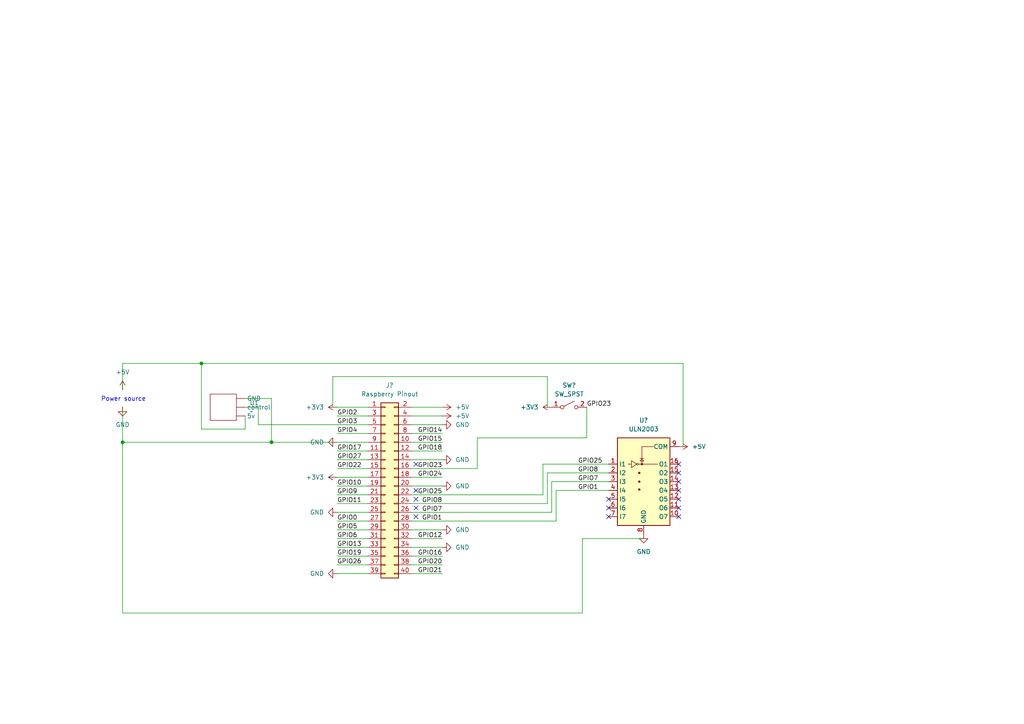
<source format=kicad_sch>
(kicad_sch (version 20250114) (generator "eeschema") (generator_version "9.0")
  (paper "A4")
  (lib_symbols
    (symbol "+5V_1" (power) (pin_numbers (hide yes)) (pin_names (offset 0) (hide yes))
      (property "Value" "+5V" (at 0 3.556 0))
      (symbol "+5V_1_0_1"
        (polyline (pts (xy -0.762 1.27) (xy 0 2.54)))
        (polyline (pts (xy 0 2.54) (xy 0.762 1.27)))
        (polyline (pts (xy 0 0) (xy 0 2.54)))
      )
      (symbol "+5V_1_1_1"
        (pin power_in line (at 0 0 90) (length 0) (name "~") (number "1"))
      )
    )
    (symbol "Connector_Generic:Conn_02x20_Odd_Even" (pin_names (offset 1.016) (hide yes))
      (property "Reference" "J" (at 1.27 25.4 0))
      (property "Value" "Conn_02x20_Odd_Even" (at 1.27 -27.94 0))
      (symbol "Conn_02x20_Odd_Even_1_1"
        (rectangle (start -1.27 24.13) (end 3.81 -26.67) (stroke (width 0.254)) (fill (type background)))
        (rectangle (start -1.27 22.987) (end 0 22.733) (stroke (width 0.1524)))
        (rectangle (start -1.27 20.447) (end 0 20.193) (stroke (width 0.1524)))
        (rectangle (start -1.27 17.907) (end 0 17.653) (stroke (width 0.1524)))
        (rectangle (start -1.27 15.367) (end 0 15.113) (stroke (width 0.1524)))
        (rectangle (start -1.27 12.827) (end 0 12.573) (stroke (width 0.1524)))
        (rectangle (start -1.27 10.287) (end 0 10.033) (stroke (width 0.1524)))
        (rectangle (start -1.27 7.747) (end 0 7.493) (stroke (width 0.1524)))
        (rectangle (start -1.27 5.207) (end 0 4.953) (stroke (width 0.1524)))
        (rectangle (start -1.27 2.667) (end 0 2.413) (stroke (width 0.1524)))
        (rectangle (start -1.27 0.127) (end 0 -0.127) (stroke (width 0.1524)))
        (rectangle (start -1.27 -2.413) (end 0 -2.667) (stroke (width 0.1524)))
        (rectangle (start -1.27 -4.953) (end 0 -5.207) (stroke (width 0.1524)))
        (rectangle (start -1.27 -7.493) (end 0 -7.747) (stroke (width 0.1524)))
        (rectangle (start -1.27 -10.033) (end 0 -10.287) (stroke (width 0.1524)))
        (rectangle (start -1.27 -12.573) (end 0 -12.827) (stroke (width 0.1524)))
        (rectangle (start -1.27 -15.113) (end 0 -15.367) (stroke (width 0.1524)))
        (rectangle (start -1.27 -17.653) (end 0 -17.907) (stroke (width 0.1524)))
        (rectangle (start -1.27 -20.193) (end 0 -20.447) (stroke (width 0.1524)))
        (rectangle (start -1.27 -22.733) (end 0 -22.987) (stroke (width 0.1524)))
        (rectangle (start -1.27 -25.273) (end 0 -25.527) (stroke (width 0.1524)))
        (rectangle (start 3.81 22.987) (end 2.54 22.733) (stroke (width 0.1524)))
        (rectangle (start 3.81 20.447) (end 2.54 20.193) (stroke (width 0.1524)))
        (rectangle (start 3.81 17.907) (end 2.54 17.653) (stroke (width 0.1524)))
        (rectangle (start 3.81 15.367) (end 2.54 15.113) (stroke (width 0.1524)))
        (rectangle (start 3.81 12.827) (end 2.54 12.573) (stroke (width 0.1524)))
        (rectangle (start 3.81 10.287) (end 2.54 10.033) (stroke (width 0.1524)))
        (rectangle (start 3.81 7.747) (end 2.54 7.493) (stroke (width 0.1524)))
        (rectangle (start 3.81 5.207) (end 2.54 4.953) (stroke (width 0.1524)))
        (rectangle (start 3.81 2.667) (end 2.54 2.413) (stroke (width 0.1524)))
        (rectangle (start 3.81 0.127) (end 2.54 -0.127) (stroke (width 0.1524)))
        (rectangle (start 3.81 -2.413) (end 2.54 -2.667) (stroke (width 0.1524)))
        (rectangle (start 3.81 -4.953) (end 2.54 -5.207) (stroke (width 0.1524)))
        (rectangle (start 3.81 -7.493) (end 2.54 -7.747) (stroke (width 0.1524)))
        (rectangle (start 3.81 -10.033) (end 2.54 -10.287) (stroke (width 0.1524)))
        (rectangle (start 3.81 -12.573) (end 2.54 -12.827) (stroke (width 0.1524)))
        (rectangle (start 3.81 -15.113) (end 2.54 -15.367) (stroke (width 0.1524)))
        (rectangle (start 3.81 -17.653) (end 2.54 -17.907) (stroke (width 0.1524)))
        (rectangle (start 3.81 -20.193) (end 2.54 -20.447) (stroke (width 0.1524)))
        (rectangle (start 3.81 -22.733) (end 2.54 -22.987) (stroke (width 0.1524)))
        (rectangle (start 3.81 -25.273) (end 2.54 -25.527) (stroke (width 0.1524)))
        (pin passive line (at -5.08 22.86 0) (length 3.81) (name "Pin_1") (number "1"))
        (pin passive line (at -5.08 20.32 0) (length 3.81) (name "Pin_3") (number "3"))
        (pin passive line (at -5.08 17.78 0) (length 3.81) (name "Pin_5") (number "5"))
        (pin passive line (at -5.08 15.24 0) (length 3.81) (name "Pin_7") (number "7"))
        (pin passive line (at -5.08 12.7 0) (length 3.81) (name "Pin_9") (number "9"))
        (pin passive line (at -5.08 10.16 0) (length 3.81) (name "Pin_11") (number "11"))
        (pin passive line (at -5.08 7.62 0) (length 3.81) (name "Pin_13") (number "13"))
        (pin passive line (at -5.08 5.08 0) (length 3.81) (name "Pin_15") (number "15"))
        (pin passive line (at -5.08 2.54 0) (length 3.81) (name "Pin_17") (number "17"))
        (pin passive line (at -5.08 0 0) (length 3.81) (name "Pin_19") (number "19"))
        (pin passive line (at -5.08 -2.54 0) (length 3.81) (name "Pin_21") (number "21"))
        (pin passive line (at -5.08 -5.08 0) (length 3.81) (name "Pin_23") (number "23"))
        (pin passive line (at -5.08 -7.62 0) (length 3.81) (name "Pin_25") (number "25"))
        (pin passive line (at -5.08 -10.16 0) (length 3.81) (name "Pin_27") (number "27"))
        (pin passive line (at -5.08 -12.7 0) (length 3.81) (name "Pin_29") (number "29"))
        (pin passive line (at -5.08 -15.24 0) (length 3.81) (name "Pin_31") (number "31"))
        (pin passive line (at -5.08 -17.78 0) (length 3.81) (name "Pin_33") (number "33"))
        (pin passive line (at -5.08 -20.32 0) (length 3.81) (name "Pin_35") (number "35"))
        (pin passive line (at -5.08 -22.86 0) (length 3.81) (name "Pin_37") (number "37"))
        (pin passive line (at -5.08 -25.4 0) (length 3.81) (name "Pin_39") (number "39"))
        (pin passive line (at 7.62 22.86 180) (length 3.81) (name "Pin_2") (number "2"))
        (pin passive line (at 7.62 20.32 180) (length 3.81) (name "Pin_4") (number "4"))
        (pin passive line (at 7.62 17.78 180) (length 3.81) (name "Pin_6") (number "6"))
        (pin passive line (at 7.62 15.24 180) (length 3.81) (name "Pin_8") (number "8"))
        (pin passive line (at 7.62 12.7 180) (length 3.81) (name "Pin_10") (number "10"))
        (pin passive line (at 7.62 10.16 180) (length 3.81) (name "Pin_12") (number "12"))
        (pin passive line (at 7.62 7.62 180) (length 3.81) (name "Pin_14") (number "14"))
        (pin passive line (at 7.62 5.08 180) (length 3.81) (name "Pin_16") (number "16"))
        (pin passive line (at 7.62 2.54 180) (length 3.81) (name "Pin_18") (number "18"))
        (pin passive line (at 7.62 0 180) (length 3.81) (name "Pin_20") (number "20"))
        (pin passive line (at 7.62 -2.54 180) (length 3.81) (name "Pin_22") (number "22"))
        (pin passive line (at 7.62 -5.08 180) (length 3.81) (name "Pin_24") (number "24"))
        (pin passive line (at 7.62 -7.62 180) (length 3.81) (name "Pin_26") (number "26"))
        (pin passive line (at 7.62 -10.16 180) (length 3.81) (name "Pin_28") (number "28"))
        (pin passive line (at 7.62 -12.7 180) (length 3.81) (name "Pin_30") (number "30"))
        (pin passive line (at 7.62 -15.24 180) (length 3.81) (name "Pin_32") (number "32"))
        (pin passive line (at 7.62 -17.78 180) (length 3.81) (name "Pin_34") (number "34"))
        (pin passive line (at 7.62 -20.32 180) (length 3.81) (name "Pin_36") (number "36"))
        (pin passive line (at 7.62 -22.86 180) (length 3.81) (name "Pin_38") (number "38"))
        (pin passive line (at 7.62 -25.4 180) (length 3.81) (name "Pin_40") (number "40"))
      )
    )
    (symbol "GND_1" (power) (pin_numbers (hide yes)) (pin_names (offset 0) (hide yes))
      (property "Value" "GND" (at 0 -3.81 0))
      (symbol "GND_1_0_1"
        (polyline (pts (xy 0 0) (xy 0 -1.27) (xy 1.27 -1.27) (xy 0 -2.54) (xy -1.27 -1.27) (xy 0 -1.27)))
      )
      (symbol "GND_1_1_1"
        (pin power_in line (at 0 0 270) (length 0) (name "~") (number "1"))
      )
    )
    (symbol "Switch:SW_SPST" (pin_names (offset 0) (hide yes))
      (property "Reference" "SW" (at 0 3.175 0))
      (property "Value" "SW_SPST" (at 0 -2.54 0))
      (symbol "SW_SPST_0_0"
        (circle (center -2.032 0) (radius 0.508))
        (polyline (pts (xy -1.524 0.254) (xy 1.524 1.778)))
        (circle (center 2.032 0) (radius 0.508))
      )
      (symbol "SW_SPST_1_1"
        (pin passive line (at -5.08 0 0) (length 2.54) (name "A") (number "1"))
        (pin passive line (at 5.08 0 180) (length 2.54) (name "B") (number "2"))
      )
    )
    (symbol "Transistor_Array:ULN2003"
      (property "Reference" "U" (at 0 15.875 0))
      (property "Value" "ULN2003" (at 0 13.97 0))
      (symbol "ULN2003_0_1"
        (rectangle (start -7.62 -12.7) (end 7.62 12.7) (stroke (width 0.254)) (fill (type background)))
        (polyline (pts (xy -4.572 5.08) (xy -3.556 5.08)))
        (polyline (pts (xy -3.556 6.096) (xy -3.556 4.064) (xy -2.032 5.08) (xy -3.556 6.096)))
        (circle (center -1.778 5.08) (radius 0.254))
        (polyline (pts (xy -1.524 5.08) (xy 4.064 5.08)))
        (circle (center -1.27 2.54) (radius 0.254) (fill (type outline)))
        (circle (center -1.27 0) (radius 0.254) (fill (type outline)))
        (circle (center -1.27 -2.286) (radius 0.254) (fill (type outline)))
        (circle (center -0.508 5.08) (radius 0.254) (fill (type outline)))
        (polyline (pts (xy -0.508 5.08) (xy -0.508 10.16) (xy 2.921 10.16)))
        (polyline (pts (xy 0 6.731) (xy -1.016 6.731)))
        (polyline (pts (xy 0 5.969) (xy -1.016 5.969) (xy -0.508 6.731) (xy 0 5.969)))
      )
      (symbol "ULN2003_1_1"
        (pin input line (at -10.16 5.08 0) (length 2.54) (name "I1") (number "1"))
        (pin input line (at -10.16 2.54 0) (length 2.54) (name "I2") (number "2"))
        (pin input line (at -10.16 0 0) (length 2.54) (name "I3") (number "3"))
        (pin input line (at -10.16 -2.54 0) (length 2.54) (name "I4") (number "4"))
        (pin input line (at -10.16 -5.08 0) (length 2.54) (name "I5") (number "5"))
        (pin input line (at -10.16 -7.62 0) (length 2.54) (name "I6") (number "6"))
        (pin input line (at -10.16 -10.16 0) (length 2.54) (name "I7") (number "7"))
        (pin power_in line (at 0 -15.24 90) (length 2.54) (name "GND") (number "8"))
        (pin passive line (at 10.16 10.16 180) (length 2.54) (name "COM") (number "9"))
        (pin open_collector line (at 10.16 5.08 180) (length 2.54) (name "O1") (number "16"))
        (pin open_collector line (at 10.16 2.54 180) (length 2.54) (name "O2") (number "15"))
        (pin open_collector line (at 10.16 0 180) (length 2.54) (name "O3") (number "14"))
        (pin open_collector line (at 10.16 -2.54 180) (length 2.54) (name "O4") (number "13"))
        (pin open_collector line (at 10.16 -5.08 180) (length 2.54) (name "O5") (number "12"))
        (pin open_collector line (at 10.16 -7.62 180) (length 2.54) (name "O6") (number "11"))
        (pin open_collector line (at 10.16 -10.16 180) (length 2.54) (name "O7") (number "10"))
      )
    )
    (symbol "power:+3V3" (power) (pin_names (offset 0))
      (property "Value" "+3V3" (at 0 3.556 0))
      (symbol "+3V3_0_1"
        (polyline (pts (xy -0.762 1.27) (xy 0 2.54)))
        (polyline (pts (xy 0 2.54) (xy 0.762 1.27)))
        (polyline (pts (xy 0 0) (xy 0 2.54)))
      )
      (symbol "+3V3_1_1"
        (pin power_in line (at 0 0 90) (length 0) (hide yes) (name "+3V3") (number "1"))
      )
    )
    (symbol "power:+5V" (power) (pin_names (offset 0))
      (property "Value" "+5V" (at 0 3.556 0))
      (symbol "+5V_0_1"
        (polyline (pts (xy -0.762 1.27) (xy 0 2.54)))
        (polyline (pts (xy 0 2.54) (xy 0.762 1.27)))
        (polyline (pts (xy 0 0) (xy 0 2.54)))
      )
      (symbol "+5V_1_1"
        (pin power_in line (at 0 0 90) (length 0) (hide yes) (name "+5V") (number "1"))
      )
    )
    (symbol "power:GND" (power) (pin_names (offset 0))
      (property "Value" "GND" (at 0 -3.81 0))
      (symbol "GND_0_1"
        (polyline (pts (xy 0 0) (xy 0 -1.27) (xy 1.27 -1.27) (xy 0 -2.54) (xy -1.27 -1.27) (xy 0 -1.27)))
      )
      (symbol "GND_1_1"
        (pin power_in line (at 0 0 270) (length 0) (hide yes) (name "GND") (number "1"))
      )
    )
    (symbol "raspberry:light_"
      (property "Reference" "U" (at 0 0 0))
      (symbol "light__0_1"
        (rectangle (start -3.81 -3.81) (end 3.81 3.81))
      )
      (symbol "light__1_1"
        (pin power_in line (at 3.81 2.54 0) (length 2.54) (name "GND") (number ""))
        (pin input line (at 3.81 0 0) (length 2.54) (name "control") (number ""))
        (pin power_in line (at 3.81 -2.54 0) (length 2.54) (name "5v") (number ""))
      )
    )
  )
  (text "Power source\n" (at 35.814 115.824 0) (effects (font (size 1.27 1.27))))
  (junction (at 58.42 105.41))
  (junction (at 35.56 128.27))
  (junction (at 78.74 128.27))
  (no_connect (at 120.65 149.86))
  (no_connect (at 120.65 134.62))
  (no_connect (at 196.85 147.32))
  (no_connect (at 176.53 149.86))
  (no_connect (at 196.85 149.86))
  (no_connect (at 196.85 139.7))
  (no_connect (at 196.85 142.24))
  (no_connect (at 120.65 142.24))
  (no_connect (at 196.85 134.62))
  (no_connect (at 176.53 147.32))
  (no_connect (at 120.65 147.32))
  (no_connect (at 196.85 144.78))
  (no_connect (at 196.85 137.16))
  (no_connect (at 176.53 144.78))
  (no_connect (at 120.65 144.78))
  (wire (pts (xy 71.12 118.11) (xy 74.93 118.11)))
  (wire (pts (xy 119.38 123.19) (xy 128.27 123.19)))
  (wire (pts (xy 97.79 158.75) (xy 106.68 158.75)))
  (wire (pts (xy 97.79 128.27) (xy 106.68 128.27)))
  (wire (pts (xy 158.75 109.22) (xy 158.75 118.11)))
  (wire (pts (xy 74.93 118.11) (xy 74.93 123.19)))
  (wire (pts (xy 158.75 137.16) (xy 176.53 137.16)))
  (wire (pts (xy 128.27 153.67) (xy 119.38 153.67)))
  (wire (pts (xy 97.79 120.65) (xy 106.68 120.65)))
  (wire (pts (xy 35.56 128.27) (xy 35.56 177.8)))
  (wire (pts (xy 168.91 177.8) (xy 168.91 156.21)))
  (wire (pts (xy 97.79 156.21) (xy 106.68 156.21)))
  (wire (pts (xy 128.27 158.75) (xy 119.38 158.75)))
  (wire (pts (xy 97.79 163.83) (xy 106.68 163.83)))
  (wire (pts (xy 119.38 146.05) (xy 158.75 146.05)))
  (wire (pts (xy 128.27 140.97) (xy 119.38 140.97)))
  (wire (pts (xy 119.38 118.11) (xy 128.27 118.11)))
  (wire (pts (xy 157.48 143.51) (xy 157.48 134.62)))
  (wire (pts (xy 71.12 115.57) (xy 78.74 115.57)))
  (wire (pts (xy 97.79 130.81) (xy 106.68 130.81)))
  (wire (pts (xy 128.27 138.43) (xy 119.38 138.43)))
  (wire (pts (xy 170.18 118.11) (xy 170.18 127)))
  (wire (pts (xy 96.52 109.22) (xy 158.75 109.22)))
  (wire (pts (xy 74.93 123.19) (xy 106.68 123.19)))
  (wire (pts (xy 58.42 105.41) (xy 58.42 124.46)))
  (wire (pts (xy 161.29 142.24) (xy 161.29 151.13)))
  (wire (pts (xy 96.52 118.11) (xy 96.52 109.22)))
  (wire (pts (xy 35.56 118.11) (xy 35.56 128.27)))
  (wire (pts (xy 71.12 124.46) (xy 58.42 124.46)))
  (wire (pts (xy 160.02 148.59) (xy 160.02 139.7)))
  (wire (pts (xy 97.79 148.59) (xy 106.68 148.59)))
  (wire (pts (xy 128.27 161.29) (xy 119.38 161.29)))
  (wire (pts (xy 128.27 156.21) (xy 119.38 156.21)))
  (wire (pts (xy 97.79 133.35) (xy 106.68 133.35)))
  (wire (pts (xy 97.79 125.73) (xy 106.68 125.73)))
  (wire (pts (xy 97.79 151.13) (xy 106.68 151.13)))
  (wire (pts (xy 97.79 161.29) (xy 106.68 161.29)))
  (wire (pts (xy 119.38 143.51) (xy 157.48 143.51)))
  (wire (pts (xy 58.42 105.41) (xy 198.12 105.41)))
  (wire (pts (xy 128.27 130.81) (xy 119.38 130.81)))
  (wire (pts (xy 157.48 134.62) (xy 176.53 134.62)))
  (wire (pts (xy 138.43 127) (xy 170.18 127)))
  (wire (pts (xy 97.79 140.97) (xy 106.68 140.97)))
  (wire (pts (xy 198.12 105.41) (xy 198.12 129.54)))
  (wire (pts (xy 97.79 143.51) (xy 106.68 143.51)))
  (wire (pts (xy 35.56 177.8) (xy 168.91 177.8)))
  (wire (pts (xy 97.79 146.05) (xy 106.68 146.05)))
  (wire (pts (xy 97.79 135.89) (xy 106.68 135.89)))
  (wire (pts (xy 78.74 128.27) (xy 96.52 128.27)))
  (wire (pts (xy 119.38 135.89) (xy 138.43 135.89)))
  (wire (pts (xy 168.91 156.21) (xy 186.69 156.21)))
  (wire (pts (xy 97.79 166.37) (xy 106.68 166.37)))
  (wire (pts (xy 128.27 128.27) (xy 119.38 128.27)))
  (wire (pts (xy 119.38 125.73) (xy 128.27 125.73)))
  (wire (pts (xy 78.74 128.27) (xy 78.74 115.57)))
  (wire (pts (xy 158.75 137.16) (xy 158.75 146.05)))
  (wire (pts (xy 97.79 118.11) (xy 106.68 118.11)))
  (wire (pts (xy 119.38 148.59) (xy 160.02 148.59)))
  (wire (pts (xy 128.27 166.37) (xy 119.38 166.37)))
  (wire (pts (xy 160.02 139.7) (xy 176.53 139.7)))
  (wire (pts (xy 35.56 113.03) (xy 35.56 105.41)))
  (wire (pts (xy 97.79 138.43) (xy 106.68 138.43)))
  (wire (pts (xy 71.12 120.65) (xy 71.12 124.46)))
  (wire (pts (xy 35.56 128.27) (xy 78.74 128.27)))
  (wire (pts (xy 119.38 151.13) (xy 161.29 151.13)))
  (wire (pts (xy 128.27 163.83) (xy 119.38 163.83)))
  (wire (pts (xy 161.29 142.24) (xy 176.53 142.24)))
  (wire (pts (xy 35.56 105.41) (xy 58.42 105.41)))
  (wire (pts (xy 128.27 133.35) (xy 119.38 133.35)))
  (wire (pts (xy 97.79 153.67) (xy 106.68 153.67)))
  (wire (pts (xy 138.43 127) (xy 138.43 135.89)))
  (wire (pts (xy 119.38 120.65) (xy 128.27 120.65)))
  (label "GPIO14" (at 128.27 125.73 180))
  (label "GPIO12" (at 128.27 156.21 180))
  (label "GPIO0" (at 97.79 151.13 0))
  (label "GPIO19" (at 97.79 161.29 0))
  (label "GPIO8" (at 167.64 137.16 0))
  (label "GPIO23" (at 170.18 118.11 0))
  (label "GPIO16" (at 128.27 161.29 180))
  (label "GPIO6" (at 97.79 156.21 0))
  (label "GPIO7" (at 167.64 139.7 0))
  (label "GPIO20" (at 128.27 163.83 180))
  (label "GPIO25" (at 128.27 143.51 180))
  (label "GPIO25" (at 167.64 134.62 0))
  (label "GPIO9" (at 97.79 143.51 0))
  (label "GPIO24" (at 128.27 138.43 180))
  (label "GPIO21" (at 128.27 166.37 180))
  (label "GPIO11" (at 97.79 146.05 0))
  (label "GPIO18" (at 128.27 130.81 180))
  (label "GPIO23" (at 128.27 135.89 180))
  (label "GPIO13" (at 97.79 158.75 0))
  (label "GPIO10" (at 97.79 140.97 0))
  (label "GPIO3" (at 97.79 123.19 0))
  (label "GPIO5" (at 97.79 153.67 0))
  (label "GPIO8" (at 128.27 146.05 180))
  (label "GPIO1" (at 167.64 142.24 0))
  (label "GPIO4" (at 97.79 125.73 0))
  (label "GPIO26" (at 97.79 163.83 0))
  (label "GPIO17" (at 97.79 130.81 0))
  (label "GPIO1" (at 128.27 151.13 180))
  (label "GPIO2" (at 97.79 120.65 0))
  (label "GPIO7" (at 128.27 148.59 180))
  (label "GPIO15" (at 128.27 128.27 180))
  (label "GPIO22" (at 97.79 135.89 0))
  (label "GPIO27" (at 97.79 133.35 0))
  (symbol (lib_id "Switch:SW_SPST") (at 165.1 118.11 0) (unit 1)
    (property "Reference" "SW?" (at 165.1 111.76 0))
    (property "Value" "SW_SPST" (at 165.1 114.3 0))
  )
  (symbol (lib_name "GND_1") (lib_id "power:GND") (at 35.56 118.11 0) (unit 1)
    (property "Reference" "#PWR01" (effects (hide yes)))
    (property "Value" "GND" (at 35.56 123.19 0))
    (property "Description" "Power symbol creates a global label with name \"GND\" , ground" (effects (hide yes)))
  )
  (symbol (lib_id "power:+5V") (at 128.27 118.11 270) (unit 1)
    (property "Reference" "#PWR?" (effects (hide yes)))
    (property "Value" "+5V" (at 132.08 118.1099 90) (effects (justify left)))
  )
  (symbol (lib_id "power:+5V") (at 128.27 120.65 270) (unit 1)
    (property "Reference" "#PWR?" (effects (hide yes)))
    (property "Value" "+5V" (at 132.08 120.6499 90) (effects (justify left)))
  )
  (symbol (lib_id "power:GND") (at 128.27 153.67 90) (unit 1)
    (property "Reference" "#PWR?" (effects (hide yes)))
    (property "Value" "GND" (at 132.08 153.6699 90) (effects (justify right)))
  )
  (symbol (lib_id "power:GND") (at 128.27 133.35 90) (unit 1)
    (property "Reference" "#PWR?" (effects (hide yes)))
    (property "Value" "GND" (at 132.08 133.3499 90) (effects (justify right)))
  )
  (symbol (lib_id "power:GND") (at 186.69 154.94 0) (unit 1)
    (property "Reference" "#PWR?" (effects (hide yes)))
    (property "Value" "GND" (at 186.69 160.02 0))
  )
  (symbol (lib_id "Transistor_Array:ULN2003") (at 186.69 139.7 0) (unit 1)
    (property "Reference" "U?" (at 186.69 121.92 0))
    (property "Value" "ULN2003" (at 186.69 124.46 0))
    (property "Datasheet" "http://www.ti.com/lit/ds/symlink/uln2003a.pdf" (effects (hide yes)))
  )
  (symbol (lib_id "power:GND") (at 128.27 123.19 90) (unit 1)
    (property "Reference" "#PWR?" (effects (hide yes)))
    (property "Value" "GND" (at 132.08 123.1899 90) (effects (justify right)))
  )
  (symbol (lib_id "power:GND") (at 97.79 148.59 270) (unit 1)
    (property "Reference" "#PWR?" (effects (hide yes)))
    (property "Value" "GND" (at 93.98 148.5899 90) (effects (justify right)))
  )
  (symbol (lib_name "+5V_1") (lib_id "power:+5V") (at 35.56 113.03 0) (unit 1)
    (property "Reference" "#PWR02" (effects (hide yes)))
    (property "Value" "+5V" (at 35.56 107.95 0))
    (property "Description" "Power symbol creates a global label with name \"+5V\"" (effects (hide yes)))
  )
  (symbol (lib_id "power:+3V3") (at 160.02 118.11 90) (unit 1)
    (property "Reference" "#PWR?" (effects (hide yes)))
    (property "Value" "+3V3" (at 156.21 118.1099 90) (effects (justify left)))
  )
  (symbol (lib_id "power:GND") (at 97.79 166.37 270) (unit 1)
    (property "Reference" "#PWR?" (effects (hide yes)))
    (property "Value" "GND" (at 93.98 166.3699 90) (effects (justify right)))
  )
  (symbol (lib_id "power:+5V") (at 196.85 129.54 270) (unit 1)
    (property "Reference" "#PWR?" (effects (hide yes)))
    (property "Value" "+5V" (at 200.66 129.5399 90) (effects (justify left)))
  )
  (symbol (lib_id "Connector_Generic:Conn_02x20_Odd_Even") (at 111.76 140.97 0) (unit 1)
    (property "Reference" "J?" (at 113.03 111.76 0))
    (property "Value" "Raspberry Pinout" (at 113.03 114.3 0))
  )
  (symbol (lib_id "raspberry:light_") (at 64.77 118.11 0) (unit 1)
    (property "Reference" "U1" (at 72.39 116.8399 0) (effects (justify left)))
    (property "Value" "~" (at 72.39 119.3799 0) (effects (justify left)))
  )
  (symbol (lib_id "power:+3V3") (at 97.79 138.43 90) (unit 1)
    (property "Reference" "#PWR?" (effects (hide yes)))
    (property "Value" "+3V3" (at 93.98 138.4299 90) (effects (justify left)))
  )
  (symbol (lib_id "power:GND") (at 128.27 158.75 90) (unit 1)
    (property "Reference" "#PWR?" (effects (hide yes)))
    (property "Value" "GND" (at 132.08 158.7499 90) (effects (justify right)))
  )
  (symbol (lib_id "power:+3V3") (at 97.79 118.11 90) (unit 1)
    (property "Reference" "#PWR?" (effects (hide yes)))
    (property "Value" "+3V3" (at 93.98 118.1099 90) (effects (justify left)))
  )
  (symbol (lib_id "power:GND") (at 97.79 128.27 270) (unit 1)
    (property "Reference" "#PWR?" (effects (hide yes)))
    (property "Value" "GND" (at 93.98 128.2699 90) (effects (justify right)))
  )
  (symbol (lib_id "power:GND") (at 128.27 140.97 90) (unit 1)
    (property "Reference" "#PWR?" (effects (hide yes)))
    (property "Value" "GND" (at 132.08 140.9699 90) (effects (justify right)))
  )
)
</source>
